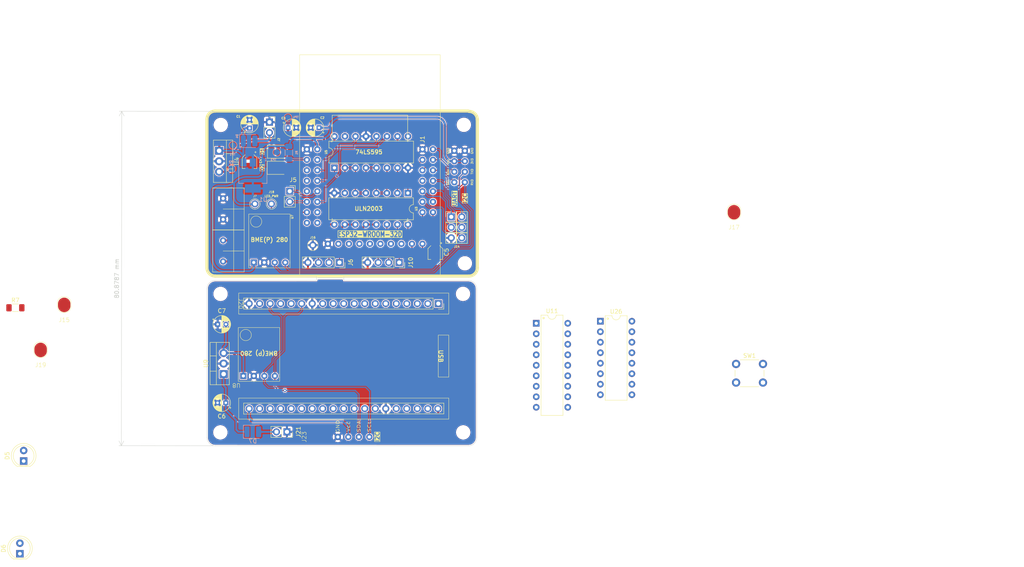
<source format=kicad_pcb>
(kicad_pcb (version 20240108) (generator "pcbnew") (generator_version "8.0")
  (layers (0 "F.Cu" signal) (31 "B.Cu" signal) (34 "B.Paste" user) (35 "F.Paste" user) (36 "B.SilkS" user "B.Silkscreen") (37 "F.SilkS" user "F.Silkscreen") (38 "B.Mask" user) (39 "F.Mask" user) (44 "Edge.Cuts" user))
  (net 0 "")
  (net 1 "GND")
  (net 2 "+3V3")
  (net 3 "+5V")
  (net 4 "/RXD")
  (net 5 "/TXD")
  (net 6 "/SDA")
  (net 7 "/OUT2")
  (net 8 "/SCL")
  (net 9 "/OUT1")
  (net 10 "/EN")
  (net 11 "/SOURCE2")
  (net 12 "/SOURCE1")
  (net 13 "/SOURCE3")
  (net 14 "/VDC")
  (net 15 "/DAC1")
  (net 16 "/DAC2")
  (net 17 "/GPIO13")
  (net 18 "/GPIO19")
  (net 19 "/GPIO17")
  (net 20 "/GPIO5")
  (net 21 "/GPIO18")
  (net 22 "/GPIO36")
  (net 23 "/ADC2_CH3")
  (net 24 "/SD_DATA1")
  (net 25 "/SD_DATA2")
  (net 26 "/SD_CLK")
  (net 27 "/SD_CMD")
  (net 28 "/SD_DATA3")
  (net 29 "/ADC2_CH0")
  (net 30 "/GPIO23")
  (net 31 "/SD_DATA0")
  (net 32 "/ADC2_CH2")
  (net 33 "/BOOT")
  (net 34 "/GPIO39")
  (net 35 "/SOURCE4")
  (net 36 "/SOURCE5")
  (net 37 "/SIPO_DATA")
  (net 38 "/SIPO_CLK")
  (net 40 "/SIPO_LATCH")
  (net 41 "/GPIO14")
  (net 43 "/I3")
  (net 44 "/I6")
  (net 45 "/I7")
  (net 46 "/I5")
  (net 47 "/OUT3")
  (net 48 "/VIN")
  (net 49 "/I1")
  (net 52 "Net-(D5-Pad1)")
  (net 53 "Net-(J15-Pin_1)")
  (net 54 "Net-(J19-Pin_1)")
  (net 55 "/GPIO_33")
  (net 67 "/RX")
  (net 72 "/TX")
  (net 87 "/SCL-2")
  (net 88 "/SDA-2")
  (net 89 "/SIPO_CLK-2")
  (net 91 "/SIPO_DATA-2")
  (net 92 "/SIPO_LATCH-2")
  (net 95 "Net-(U11-I5)")
  (net 96 "Net-(U11-I1)")
  (net 97 "Net-(U11-I7)")
  (net 99 "Net-(U11-I6)")
  (net 100 "Net-(U11-I8)")
  (net 101 "Net-(U11-I3)")
  (net 103 "Net-(U11-I2)")
  (net 105 "Net-(U11-I4)")
  (footprint "Capacitor_THT:CP_Radial_D4.0mm_P2.00mm" (layer "F.Cu") (at 107 44.2 180)
    (property "Reference" "C2")
    (property "Value" "1uF")
  )
  (footprint "LED_SMD:LED_1210_3225Metric_Pad1.42x2.65mm_HandSolder" (layer "F.Cu") (at 96.9525 53.9)
    (property "Reference" "D2")
    (property "Value" "STATUS")
  )
  (footprint "Capacitor_SMD:CP_Elec_3x5.3" (layer "F.Cu") (at 90.2 52.3 -90)
    (property "Reference" "C4")
    (property "Value" "0.1uF")
  )
  (footprint "Resistor_SMD:R_1206_3216Metric_Pad1.30x1.75mm_HandSolder" (layer "F.Cu") (at 33.612 87.7585)
    (property "Reference" "R7")
    (property "Value" "4K7")
  )
  (footprint "LED_THT:LED_D5.0mm" (layer "F.Cu") (at 34.7 147.25 90)
    (property "Reference" "D6")
    (property "Value" "LED_STATUS")
  )
  (footprint "Button_Switch_THT:SW_PUSH_6mm" (layer "F.Cu") (at 207.8 101.35)
    (property "Reference" "SW1")
    (property "Value" "SW_Push")
  )
  (footprint "Alexander Footprint Library:Pad_1x01_P2.54_SMD" (layer "F.Cu") (at 39.712 102.098)
    (property "Reference" "J19")
    (property "Value" "LED_PWR")
  )
  (footprint "Alexander Footprints Library:ESP32-WROOM-Adapter-Socket-2" (layer "F.Cu") (at 119.3 57.04)
    (property "Reference" "J1")
    (property "Value" "~")
  )
  (footprint "Alexander Footprint Library:Pad_1x01_P2.54_SMD" (layer "F.Cu") (at 45.412 91.198)
    (property "Reference" "J15")
    (property "Value" "LED_PWR")
  )
  (footprint "MountingHole:MountingHole_3mm" (layer "F.Cu") (at 142 43.5)
    (property "Reference" "H1" (hide yes))
    (property "Value" "MountingHole_Pad")
  )
  (footprint "Connector_PinSocket_2.54mm:PinSocket_1x02_P2.54mm_Vertical" (layer "F.Cu") (at 99.25 117.775 -90)
    (property "Reference" "J21")
    (property "Value" "PWR")
  )
  (footprint "MountingHole:MountingHole_3mm" (layer "F.Cu") (at 83.25 43.53)
    (property "Reference" "H2" (hide yes))
    (property "Value" "MountingHole_Pad")
  )
  (footprint "Package_DIP:DIP-16_W7.62mm" (layer "F.Cu") (at 128.475 60 -90)
    (property "Reference" "U3")
    (property "Value" "ULN2003")
  )
  (footprint "Alexander Footprints Library:Conn_Terminal_5mm" (layer "F.Cu") (at 83.82 53.69)
    (property "Reference" "J9" (hide yes))
    (property "Value" "Conn_01x02_Socket")
  )
  (footprint "Alexander Footprint Library:Pad_1x01_P2.54_SMD" (layer "F.Cu") (at 207.3 68.7895)
    (property "Reference" "J17")
    (property "Value" "GND")
  )
  (footprint "MountingHole:MountingHole_3mm" (layer "F.Cu") (at 141.85 117.9)
    (property "Reference" "H4" (hide yes))
    (property "Value" "MountingHole_Pad")
  )
  (footprint "Capacitor_THT:CP_Radial_D4.0mm_P2.00mm" (layer "F.Cu") (at 82.5 91.75)
    (property "Reference" "C7")
    (property "Value" "1uF")
  )
  (footprint "Package_DIP:DIP-16_W7.62mm" (layer "F.Cu") (at 110.725 53.9 90)
    (property "Reference" "U5")
    (property "Value" "74LS595")
  )
  (footprint "Alexander Footprint Library:PinSocket_1x01_P2.54" (layer "F.Cu") (at 91.5 65.19)
    (property "Reference" "J7")
    (property "Value" "LED_PWR")
  )
  (footprint "Connector_PinSocket_2.54mm:PinSocket_1x02_P2.54mm_Vertical" (layer "F.Cu") (at 95.025 42.85)
    (property "Reference" "J2")
    (property "Value" "PWR")
  )
  (footprint "Connector_PinSocket_2.54mm:PinSocket_1x04_P2.54mm_Vertical" (layer "F.Cu") (at 111.94 76.8 -90)
    (property "Reference" "J6")
    (property "Value" "SOURCE")
  )
  (footprint "MountingHole:MountingHole_3mm" (layer "F.Cu") (at 83.15 117.9)
    (property "Reference" "H4" (hide yes))
    (property "Value" "MountingHole_Pad")
  )
  (footprint "Connector_PinSocket_2.54mm:PinSocket_1x04_P2.54mm_Vertical" (layer "F.Cu") (at 126.38 76.8 -90)
    (property "Reference" "J10")
    (property "Value" "ADC")
  )
  (footprint "PCM_Package_DIP_AKL:DIP-18_W7.62mm" (layer "F.Cu") (at 159.5 91.51)
    (property "Reference" "U11")
    (property "Value" "ULN2801A" (hide yes))
  )
  (footprint "Capacitor_SMD:CP_Elec_3x5.3" (layer "F.Cu") (at 135.1 74.3 -90)
    (property "Reference" "C5")
    (property "Value" "0.1uF")
  )
  (footprint "MountingHole:MountingHole_3mm" (layer "F.Cu") (at 141.8 84.4)
    (property "Reference" "H4" (hide yes))
    (property "Value" "MountingHole_Pad")
  )
  (footprint "Capacitor_THT:CP_Radial_D4.0mm_P2.00mm" (layer "F.Cu") (at 99.5 44.2)
    (property "Reference" "C3")
    (property "Value" "1uF")
  )
  (footprint "Alexander Footprint Library:LD1117" (layer "F.Cu") (at 83.945 103.79 90)
    (property "Reference" "U9")
    (property "Value" "L7805")
  )
  (footprint "Alexander Footprint Library:PinSocket_1x01_P2.54" (layer "F.Cu") (at 95.5 65.19)
    (property "Reference" "J18")
    (property "Value" "LED_PWR")
  )
  (footprint "Alexander Footprint Library:Conn_I2C" (layer "F.Cu") (at 103.92 119 90)
    (property "Reference" "J23")
    (property "Value" "I2C")
  )
  (footprint "Capacitor_THT:CP_Radial_D4.0mm_P2.00mm" (layer "F.Cu") (at 84.4726 110.75 180)
    (property "Reference" "C6")
    (property "Value" "1uF")
  )
  (footprint "Alexander Footprint Library:Conn_ESP32_WROOM-DevKit-38pins" (layer "F.Cu") (at 87.57 86.75 -90)
    (property "Reference" "J20")
    (property "Value" "~")
  )
  (footprint "MountingHole:MountingHole_3mm" (layer "F.Cu") (at 83.2 84.4)
    (property "Reference" "H4" (hide yes))
    (property "Value" "MountingHole_Pad")
  )
  (footprint "Connector_PinSocket_2.54mm:PinSocket_1x02_P2.54mm_Vertical" (layer "F.Cu") (at 99.925 59.55)
    (property "Reference" "J5")
    (property "Value" "DAC")
  )
  (footprint "Alexander Footprint Library:CONN_2x3" (layer "F.Cu") (at 138.96 60.68)
    (property "Reference" "J14")
    (property "Value" "GPIO")
  )
  (footprint "Alexander Footprints Library:Conn_UART" (layer "F.Cu") (at 139.7 42.15)
    (property "Reference" "J3" (hide yes))
    (property "Value" "UART")
  )
  (footprint "Alexander Footprint Library:PinSocket_1x01_P2.54" (layer "F.Cu") (at 105.5 75.19)
    (property "Reference" "J16")
    (property "Value" "GND")
  )
  (footprint "Capacitor_THT:CP_Radial_D4.0mm_P2.00mm" (layer "F.Cu") (at 90.2 44.3 90)
    (property "Reference" "C1")
    (property "Value" "1uF")
  )
  (footprint "Alexander Footprint Library:BME280_BMP280_I2C" (layer "F.Cu") (at 90 78.1 90)
    (property "Reference" "U7")
    (property "Value" "BME(P)280")
  )
  (footprint "Alexander Footprint Library:LD1117" (layer "F.Cu") (at 82.855 49.77 -90)
    (property "Reference" "U4")
    (property "Value" "L7805")
  )
  (footprint "Alexander Footprints Library:Conn_I2C" (layer "F.Cu") (at 142.24 42.15)
    (property "Reference" "J4" (hide yes))
    (property "Value" "I2C")
  )
  (footprint "LED_THT:LED_D5.0mm" (layer "F.Cu") (at 35.612 124.8335 90)
    (property "Reference" "D5")
    (property "Value" "LED_PWR")
  )
  (footprint "Alexander Footprint Library:BME280_BMP280_I2C" (layer "F.Cu") (at 87.49 105.55 90)
    (property "Reference" "U8")
    (property "Value" "BME(P)280")
  )
  (footprint "LED_SMD:LED_1210_3225Metric_Pad1.42x2.65mm_HandSolder" (layer "F.Cu") (at 97 50)
    (property "Reference" "D1")
    (property "Value" "PWR")
  )
  (footprint "MountingHole:MountingHole_3mm" (layer "F.Cu") (at 142.25 77)
    (property "Reference" "H4" (hide yes))
    (property "Value" "MountingHole_Pad")
  )
  (footprint "Alexander Footprints Library:Conn_Terminal_5mm" (layer "F.Cu") (at 83.82 63.85)
    (property "Reference" "J8" (hide yes))
    (property "Value" "Conn_01x02_Socket")
  )
  (footprint "PCM_Package_DIP_AKL:DIP-16_W7.62mm" (layer "F.Cu") (at 175 91.01)
    (property "Reference" "U26")
    (property "Value" "74LS595" (hide yes))
  )
  (footprint "TestPoint:TestPoint_Pad_D1.5mm" (layer "B.Cu") (at 99.5 41.75 180)
    (property "Reference" "TP4")
    (property "Value" "5V")
  )
  (footprint "TestPoint:TestPoint_Pad_D1.5mm" (layer "B.Cu") (at 96.8 50.15 180)
    (property "Reference" "TP3")
    (property "Value" "3V3")
  )
  (footprint "Diode_SMD:D_1210_3225Metric" (layer "B.Cu") (at 91 117.75)
    (property "Reference" "D7")
    (property "Value" "D")
  )
  (footprint "Resistor_SMD:R_1206_3216Metric_Pad1.30x1.75mm_HandSolder" (layer "B.Cu") (at 99.7 50.25 -90)
    (property "Reference" "R1")
    (property "Value" "10K")
  )
  (footprint "Diode_SMD:D_1210_3225Metric" (layer "B.Cu") (at 90.1 47.4)
    (property "Reference" "D4")
    (property "Value" "D")
  )
  (footprint "TestPoint:TestPoint_Pad_D1.5mm" (layer "B.Cu") (at 86.2 48.45 180)
    (property "Reference" "TP1")
    (property "Value" "VIN")
  )
  (footprint "TestPoint:TestPoint_Pad_D1.5mm" (layer "B.Cu") (at 85.9 54.15 180)
    (property "Reference" "TP2")
    (property "Value" "GND")
  )
  (footprint "Package_TO_SOT_SMD:SOT-223-3_TabPin2" (layer "B.Cu") (at 91 55.75 -90)
    (property "Reference" "U1")
    (property "Value" "MAX1726EUK33")
  )
  (gr_line (start 145.25 42.11421) (end 145.25 78.085782) (stroke (width 0.75)) (layer "F.SilkS"))
  (gr_line (start 81.914218 40.164218) (end 143.08579 40.164218) (stroke (width 0.75)) (layer "F.SilkS"))
  (gr_arc (start 145.25 78.085782) (mid 144.66422 79.500007) (end 143.25 80.085782) (stroke (width 0.75)) (layer "F.SilkS"))
  (gr_line (start 79.914218 42.11421) (end 79.914218 78.085782) (stroke (width 0.75)) (layer "F.SilkS"))
  (gr_arc (start 81.914218 80.085782) (mid 80.499999 79.500001) (end 79.914218 78.085782) (stroke (width 0.75)) (layer "F.SilkS"))
  (gr_arc (start 143.25 40.25) (mid 144.664214 40.835786) (end 145.25 42.25) (stroke (width 0.75)) (layer "F.SilkS"))
  (gr_arc (start 79.914218 42.164218) (mid 80.499999 40.749999) (end 81.914218 40.164218) (stroke (width 0.75)) (layer "F.SilkS"))
  (gr_line (start 81.914214 80.085782) (end 143.085786 80.085782) (stroke (width 0.75)) (layer "F.SilkS"))
  (gr_line (start 82.014214 80.235786) (end 106.4 80.25) (stroke (width 0.1)) (layer "Edge.Cuts"))
  (gr_line (start 80 42.25) (end 80.014214 78.235786) (stroke (width 0.1)) (layer "Edge.Cuts"))
  (gr_arc (start 79.921321 83.157107) (mid 80.507106 81.742896) (end 81.921321 81.157107) (stroke (width 0.1)) (layer "Edge.Cuts"))
  (gr_line (start 81.921321 121.128679) (end 143.107107 121.142893) (stroke (width 0.1)) (layer "Edge.Cuts"))
  (gr_arc (start 81.921321 121.128679) (mid 80.507101 120.542899) (end 79.921321 119.128679) (stroke (width 0.1)) (layer "Edge.Cuts"))
  (gr_line (start 143.092893 81.157107) (end 113 81.15) (stroke (width 0.1)) (layer "Edge.Cuts"))
  (gr_arc (start 145.107107 119.142893) (mid 144.521321 120.557107) (end 143.107107 121.142893) (stroke (width 0.1)) (layer "Edge.Cuts"))
  (gr_line (start 106.4 81.15) (end 81.921321 81.157107) (stroke (width 0.1)) (layer "Edge.Cuts"))
  (gr_arc (start 143.185786 40.264214) (mid 144.600004 40.849996) (end 145.185786 42.264214) (stroke (width 0.1)) (layer "Edge.Cuts"))
  (gr_line (start 113 80.25) (end 143.185786 80.235786) (stroke (width 0.1)) (layer "Edge.Cuts"))
  (gr_arc (start 82.014214 80.235786) (mid 80.599996 79.650004) (end 80.014214 78.235786) (stroke (width 0.1)) (layer "Edge.Cuts"))
  (gr_line (start 145.185786 42.264214) (end 145.185786 78.235786) (stroke (width 0.1)) (layer "Edge.Cuts"))
  (gr_arc (start 80 42.25) (mid 80.585786 40.835786) (end 82 40.25) (stroke (width 0.1)) (layer "Edge.Cuts"))
  (gr_line (start 145.107107 119.142893) (end 145.092893 83.157107) (stroke (width 0.1)) (layer "Edge.Cuts"))
  (gr_line (start 79.921321 119.128679) (end 79.921321 83.157107) (stroke (width 0.1)) (layer "Edge.Cuts"))
  (gr_line (start 106.4 81.15) (end 106.4 80.25) (stroke (width 0.1)) (layer "Edge.Cuts"))
  (gr_arc (start 145.185786 78.235786) (mid 144.600004 79.650004) (end 143.185786 80.235786) (stroke (width 0.1)) (layer "Edge.Cuts"))
  (gr_arc (start 143.092893 81.157107) (mid 144.507112 81.742888) (end 145.092893 83.157107) (stroke (width 0.1)) (layer "Edge.Cuts"))
  (gr_line (start 113 81.15) (end 113 80.25) (stroke (width 0.1)) (layer "Edge.Cuts"))
  (gr_line (start 143.185786 40.264214) (end 82 40.25) (stroke (width 0.1)) (layer "Edge.Cuts"))
  (gr_text "74LS595" (at 119.057143 50.1 0) (layer "F.SilkS") (effects (font (size 1 1) (thickness 0.2) (bold yes))))
  (gr_text "ULN2003" (at 115.5 64.374 0) (layer "F.SilkS") (effects (font (size 1 1) (thickness 0.2) (bold yes)) (justify left bottom)))
  (dimension (type aligned) (layer "Edge.Cuts") (pts (xy 81.921321 121.128679) (xy 82 40.25)) (height -22.6907) (gr_text "80.8787 mm" (at 58.119973 80.666146 89.94426182) (layer "Edge.Cuts") (effects (font (size 1 1) (thickness 0.15)))) (format (prefix "") (suffix "") (units 3) (units_format 1) (precision 4)) (style (thickness 0.1) (arrow_length 1.27) (text_position_mode 0) (extension_height 0.58642) (extension_offset 0.5) keep_text_aligned))
  (segment (start 84.21 66) (end 83.82 66.39) (width 0.5) (layer "F.Cu") (net 1))
  (segment (start 101.5 48.103553) (end 101.5 49.573223) (width 0.25) (layer "F.Cu") (net 2))
  (segment (start 105.575735 47.25) (end 102.353553 47.25) (width 0.25) (layer "F.Cu") (net 2))
  (segment (start 106.6 48.274264) (end 106.6 49.42) (width 0.25) (layer "F.Cu") (net 2))
  (segment (start 138.021593 51.871593) (end 137.93 51.78) (width 0.5) (layer "F.Cu") (net 2))
  (segment (start 108.946446 44.2) (end 107 44.2) (width 0.5) (layer "F.Cu") (net 2))
  (segment (start 109.8 43.346446) (end 109.8 43.15) (width 0.5) (layer "F.Cu") (net 2))
  (segment (start 137.4 50.500466) (end 137.4 43.627817) (width 0.5) (layer "F.Cu") (net 2))
  (segment (start 101.073223 50) (end 98.4875 50) (width 0.25) (layer "F.Cu") (net 2))
  (segment (start 139.08 52.31) (end 139.7 52.31) (width 0.5) (layer "F.Cu") (net 2))
  (segment (start 110.188908 42.211091) (end 110.225 42.175) (width 0.5) (layer "F.Cu") (net 2))
  (segment (start 135.522182 41.75) (end 111.25104 41.75) (width 0.5) (layer "F.Cu") (net 2))
  (arc (start 106.3 47.55) (mid 105.967704 47.327967) (end 105.575735 47.25) (width 0.25) (layer "F.Cu") (net 2))
  (arc (start 101.5 49.573223) (mid 101.467513 49.736543) (end 101.375 49.875) (width 0.25) (layer "F.Cu") (net 2))
  (arc (start 111.25104 41.75) (mid 110.695751 41.860453) (end 110.225 42.175) (width 0.5) (layer "F.Cu") (net 2))
  (arc (start 110.188908 42.211091) (mid 109.901073 42.641866) (end 109.8 43.15) (width 0.5) (layer "F.Cu") (net 2))
  (arc (start 138.021593 51.871593) (mid 138.507194 52.196061) (end 139.08 52.31) (width 0.5) (layer "F.Cu") (net 2))
  (arc (start 102.353553 47.25) (mid 102.026912 47.314972) (end 101.75 47.5) (width 0.25) (layer "F.Cu") (net 2))
  (arc (start 109.8 43.346446) (mid 109.735027 43.673087) (end 109.55 43.95) (width 0.5) (layer "F.Cu") (net 2))
  (arc (start 106.3 47.55) (mid 106.522032 47.882295) (end 106.6 48.274264) (width 0.25) (layer "F.Cu") (net 2))
  (arc (start 109.55 43.95) (mid 109.273087 44.135027) (end 108.946446 44.2) (width 0.5) (layer "F.Cu") (net 2))
  (arc (start 136.85 42.3) (mid 137.257059 42.909207) (end 137.4 43.627817) (width 0.5) (layer "F.Cu") (net 2))
  (arc (start 101.75 47.5) (mid 101.564972 47.776912) (end 101.5 48.103553) (width 0.25) (layer "F.Cu") (net 2))
  (arc (start 101.375 49.875) (mid 101.236543 49.967513) (end 101.073223 50) (width 0.25) (layer "F.Cu") (net 2))
  (arc (start 137.4 50.500466) (mid 137.537742 51.192944) (end 137.93 51.78) (width 0.5) (layer "F.Cu") (net 2))
  (arc (start 136.85 42.3) (mid 136.240792 41.89294) (end 135.522182 41.75) (width 0.5) (layer "F.Cu") (net 2))
  (segment (start 96.075 48.7) (end 97.525 48.7) (width 0.5) (layer "B.Cu") (net 2))
  (segment (start 109.408578 44.2) (end 107 44.2) (width 0.5) (layer "B.Cu") (net 2))
  (segment (start 81.3 75.997918) (end 81.3 59.75104) (width 0.5) (layer "B.Cu") (net 2))
  (segment (start 93.3 54.905025) (end 93.3 52.6) (width 0.5) (layer "B.Cu") (net 2))
  (segment (start 100 48.7) (end 100 48.03033) (width 0.5) (layer "B.Cu") (net 2))
  (segment (start 139.13 52.31) (end 139.7 52.31) (width 0.5) (layer "B.Cu") (net 2))
  (segment (start 138.156949 51.906949) (end 138.03 51.78) (width 0.5) (layer "B.Cu") (net 2))
  (segment (start 106.6 48.627817) (end 106.6 49.299791) (width 0.5) (layer "B.Cu") (net 2))
  (segment (start 84.202081 78.9) (end 89.990883 78.9) (width 0.5) (layer "B.Cu") (net 2))
  (segment (start 109.75 43.858578) (end 109.75 44.141421) (width 0.5) (layer "B.Cu") (net 2))
  (segment (start 104.722182 46.75) (end 106.277817 46.75) (width 0.5) (layer "B.Cu") (net 2))
  (segment (start 139.7 52.31) (end 142.24 52.31) (width 0.5) (layer "B.Cu") (net 2))
  (segment (start 137.5 50.500466) (end 137.5 43.883883) (width 0.5) (layer "B.Cu") (net 2))
  (segment (start 88.207106 62.75) (end 91.5 62.75) (width 0.5) (layer "B.Cu") (net 2))
  (segment (start 86.5 61.042893) (end 86.5 57.5) (width 0.5) (layer "B.Cu") (net 2))
  (segment (start 90.11 114.36) (end 90.11 112.15) (width 0.5) (layer "B.Cu") (net 2))
  (segment (start 112.75 115.25) (end 91 115.25) (width 0.5) (layer "B.Cu") (net 2))
  (segment (start 91.22 77.670883) (end 91.22 76.8) (width 0.5) (layer "B.Cu") (net 2))
  (segment (start 89.455634 56.1) (end 92.105025 56.1) (width 0.5) (layer "B.Cu") (net 2))
  (segment (start 114.08 119) (end 114.08 116.58) (width 0.5) (layer "B.Cu") (net 2))
  (segment (start 96.075 48.7) (end 95.177817 48.7) (width 0.5) (layer "B.Cu") (net 2))
  (segment (start 104.722182 46.75) (end 101.28033 46.75) (width 0.5) (layer "B.Cu") (net 2))
  (segment (start 109.149999 46.149999) (end 109.201992 46.098007) (width 0.5) (layer "B.Cu") (net 2))
  (segment (start 96.8 49.425) (end 96.8 50.15) (width 0.25) (layer "B.Cu") (net 2))
  (segment (start 109.75 43.625) (end 109.75 43.858578) (width 0.5) (layer "B.Cu") (net 2))
  (segment (start 106.277817 46.75) (end 107.701471 46.75) (width 0.5) (layer "B.Cu") (net 2))
  (segment (start 114.08 116.58) (end 112.75 115.25) (width 0.5) (layer "B.Cu") (net 2))
  (segment (start 110.015165 42.984834) (end 110.5 42.5) (width 0.5) (layer "B.Cu") (net 2))
  (segment (start 93.3 52.6) (end 93.3 50.577817) (width 0.5) (layer "B.Cu") (net 2))
  (segment (start 82.75104 58.3) (end 84.144365 58.3) (width 0.5) (layer "B.Cu") (net 2))
  (segment (start 106.685 49.335) (end 106.77 49.25) (width 0.5) (layer "B.Cu") (net 2))
  (segment (start 109.75 44.775) (end 109.75 44.141421) (width 0.5) (layer "B.Cu") (net 2))
  (segment (start 91 115.25) (end 90.11 114.36) (width 0.5) (layer "B.Cu") (net 2))
  (segment (start 112.31066 41.75) (end 135.366116 41.75) (width 0.5) (layer "B.Cu") (net 2))
  (segment (start 100 48.7) (end 97.525 48.7) (width 0.5) (layer "B.Cu") (net 2))
  (arc (start 136.875 42.375) (mid 137.337567 43.067281) (end 137.5 43.883883) (width 0.5) (layer "B.Cu") (net 2))
  (arc (start 137.5 50.500466) (mid 137.637742 51.192944) (end 138.03 51.78) (width 0.5) (layer "B.Cu") (net 2))
  (arc (start 93.3 54.905025) (mid 93.209037 55.362322) (end 92.95 55.75) (width 0.5) (layer "B.Cu") (net 2))
  (arc (start 86.8 57.2) (mid 85.581584 58.014119) (end 84.144365 58.3) (width 0.5) (layer "B.Cu") (net 2))
  (arc (start 106.6 49.299791) (mid 106.630737 49.345793) (end 106.685 49.335) (width 0.5) (layer "B.Cu") (net 2))
  (arc (start 89.455634 56.1) (mid 88.018415 56.38588) (end 86.8 57.2) (width 0.5) (layer "B.Cu") (net 2))
  (arc (start 86.5 61.042893) (mid 86.629945 61.696174) (end 87 62.25) (width 0.5) (layer "B.Cu") (net 2))
  (arc (start 82.75104 58.3) (mid 82.195751 58.410453) (end 81.725 58.725) (width 0.5) (layer "B.Cu") (net 2))
  (arc (start 92.95 55.75) (mid 92.562322 56.009037) (end 92.105025 56.1) (width 0.5) (layer "B.Cu") (net 2))
  (arc (start 95.177817 48.7) (mid 94.459207 48.84294) (end 93.85 49.25) (width 0.5) (layer "B.Cu") (net 2))
  (arc (start 96.8 49.425) (mid 96.587652 48.912347) (end 96.075 48.7) (width 0.25) (layer "B.Cu") (net 2))
  (arc (start 82.15 78.05) (mid 83.091502 78.679092) (end 84.202081 78.9) (width 0.5) (layer "B.Cu") (net 2))
  (arc (start 110.015165 42.984834) (mid 109.818914 43.278544) (end 109.75 43.625) (width 0.5) (layer "B.Cu") (net 2))
  (arc (start 109.75 44.141421) (mid 109.713838 44.087301) (end 109.65 44.1) (width 0.5) (layer "B.Cu") (net 2))
  (arc (start 136.875 42.375) (mid 136.182718 41.912432) (end 135.366116 41.75) (width 0.5) (layer "B.Cu") (net 2))
  (arc (start 93.85 49.25) (mid 93.44294 49.859207) (end 93.3 50.577817) (width 0.5) (layer "B.Cu") (net 2))
  (arc (start 90.86 78.54) (mid 90.461245 78.806439) (end 89.990883 78.9) (width 0.5) (layer "B.Cu") (net 2))
  (arc (start 109.65 44.1) (mid 109.539234 44.17401) (end 109.408578 44.2) (width 0.5) (layer "B.Cu") (net 2))
  (arc (start 87 62.25) (mid 87.553825 62.620054) (end 88.207106 62.75) (width 0.5) (layer "B.Cu") (net 2))
  (arc (start 81.725 58.725) (mid 81.410453 59.195751) (end 81.3 59.75104) (width 0.5) (layer "B.Cu") (net 2))
  (arc (start 106.05 47.3) (mid 105.440792 46.89294) (end 104.722182 46.75) (width 0.5) (layer "B.Cu") (net 2))
  (arc (start 138.156949 51.906949) (mid 138.603388 52.20525) (end 139.13 52.31) (width 0.5) (layer "B.Cu") (net 2))
  (arc (start 101.28033 46.75) (mid 100.790368 46.847459) (end 100.375 47.125) (width 0.5) (layer "B.Cu") (net 2))
  (arc (start 106.05 47.3) (mid 106.457059 47.909207) (end 106.6 48.627817) (width 0.5) (layer "B.Cu") (net 2))
  (arc (start 106.277817 46.75) (mid 105.980159 46.948888) (end 106.05 47.3) (width 0.5) (layer "B.Cu") (net 2))
  (arc (start 91.22 77.670883) (mid 91.126439 78.141245) (end 90.86 78.54) (width 0.5) (layer "B.Cu") (net 2))
  (arc (start 109.75 44.775) (mid 109.607577 45.491006) (end 109.201992 46.098007) (width 0.5) (layer "B.Cu") (net 2))
  (arc (start 109.65 44.1) (mid 109.72401 43.989234) (end 109.75 43.858578) (width 0.5) (layer "B.Cu") (net 2))
  (arc (start 112.31066 41.75) (mid 111.330737 41.944918) (end 110.5 42.5) (width 0.5) (layer "B.Cu") (net 2))
  (arc (start 100.375 47.125) (mid 100.097459 47.540368) (end 100 48.03033) (width 0.5) (layer "B.Cu") (net 2))
  (arc (start 109.149999 46.149999) (mid 108.485409 46.594064) (end 107.701471 46.75) (width 0.5) (layer "B.Cu") (net 2))
  (arc (start 81.3 75.997918) (mid 81.520907 77.108496) (end 82.15 78.05) (width 0.5) (layer "B.Cu") (net 2))
  (segment (start 99.5 45.693413) (end 99.5 44.2) (width 0.5) (layer "F.Cu") (net 3))
  (segment (start 110.512652 48.95) (end 109.487347 48.95) (width 0.5) (layer "F.Cu") (net 3))
  (segment (start 87.75 115.25) (end 135.25 115.25) (width 0.5) (layer "F.Cu") (net 3))
  (segment (start 98.6375 46.9625) (end 99.2125 46.3875) (width 0.5) (layer "F.Cu") (net 3))
  (segment (start 83.945 98.71) (end 86.21 98.71) (width 0.5) (layer "F.Cu") (net 3))
  (segment (start 110.725 47.712347) (end 110.725 46.28) (width 0.5) (layer "F.Cu") (net 3))
  (segment (start 125.341906 48.95) (end 110.512652 48.95) (width 0.5) (layer "F.Cu") (net 3))
  (segment (start 108.3 49.803553) (end 108.3 65.537329) (width 0.5) (layer "F.Cu") (net 3))
  (segment (start 84.648959 54.85) (end 82.855 54.85) (width 0.5) (layer "F.Cu") (net 3))
  (segment (start 108.3 49.803553) (end 108.3 49.096446) (width 0.5) (layer "F.Cu") (net 3))
  (segment (start 91.306675 47.25) (end 97.943413 47.25) (width 0.5) (layer "F.Cu") (net 3))
  (segment (start 135.81 114.69) (end 135.81 112.15) (width 0.5) (layer "F.Cu") (net 3))
  (segment (start 86.1 52.15) (end 86.1 53.398959) (width 0.5) (layer "F.Cu") (net 3))
  (segment (start 86.75 114.25) (end 87.75 115.25) (width 0.5) (layer "F.Cu") (net 3))
  (segment (start 107.608621 46.675) (end 99.331586 46.675) (width 0.5) (layer "F.Cu") (net 3))
  (segment (start 86.21 98.71) (end 86.75 99.25) (width 0.5) (layer "F.Cu") (net 3))
  (segment (start 108.3 49.096446) (end 108.3 47.366378) (width 0.5) (layer "F.Cu") (net 3))
  (segment (start 109.104574 67.204574) (end 108.91 67.01) (width 0.5) (layer "F.Cu") (net 3))
  (segment (start 135.25 115.25) (end 135.81 114.69) (width 0.5) (layer "F.Cu") (net 3))
  (segment (start 110.1075 67.62) (end 110.695 67.62) (width 0.5) (layer "F.Cu") (net 3))
  (segment (start 86.75 99.25) (end 86.75 114.25) (width 0.5) (layer "F.Cu") (net 3))
  (segment (start 87.408147 48.991852) (end 87.625 48.775) (width 0.5) (layer "F.Cu") (net 3))
  (segment (start 125.965 48.326906) (end 125.965 46.28) (width 0.5) (layer "F.Cu") (net 3))
  (segment (start 109.487347 48.95) (end 109.153553 48.95) (width 0.5) (layer "F.Cu") (net 3))
  (arc (start 108.0975 46.8775) (mid 108.247371 47.101799) (end 108.3 47.366378) (width 0.5) (layer "F.Cu") (net 3))
  (arc (start 108.3 65.537329) (mid 108.458533 66.334332) (end 108.91 67.01) (width 0.5) (layer "F.Cu") (net 3))
  (arc (start 109.487347 48.95) (mid 109.960976 48.855789) (end 110.3625 48.5875) (width 0.5) (layer "F.Cu") (net 3))
  (arc (start 99.2125 46.3875) (mid 99.175992 46.571035) (end 99.331586 46.675) (width 0.5) (layer "F.Cu") (net 3))
  (arc (start 108.0975 46.8775) (mid 107.8732 46.727628) (end 107.608621 46.675) (width 0.5) (layer "F.Cu") (net 3))
  (arc (start 86.1 53.398959) (mid 85.989546 53.954248) (end 85.675 54.425) (width 0.5) (layer "F.Cu") (net 3))
  (arc (start 109.104574 67.204574) (mid 109.56472 67.512034) (end 110.1075 67.62) (width 0.5) (layer "F.Cu") (net 3))
  (arc (start 108.55 49.2) (mid 108.364972 49.476912) (end 108.3 49.803553) (width 0.5) (layer "F.Cu") (net 3))
  (arc (start 87.408147 48.991852) (mid 86.439976 50.440822) (end 86.1 52.15) (width 0.5) (layer "F.Cu") (net 3))
  (arc (start 85.675 54.425) (mid 85.204248 54.739546) (end 84.648959 54.85) (width 0.5) (layer "F.Cu") (net 3))
  (arc (start 110.3625 48.5875) (mid 110.316468 48.818914) (end 110.512652 48.95) (width 0.5) (layer "F.Cu") (net 3))
  (arc (start 98.6375 46.9625) (mid 98.31905 47.175281) (end 97.943413 47.25) (width 0.5) (layer "F.Cu") (net 3))
  (arc (start 110.725 47.712347) (mid 110.630789 48.185976) (end 110.3625 48.5875) (width 0.5) (layer "F.Cu") (net 3))
  (arc (start 108.3 49.096446) (mid 108.390403 49.231745) (end 108.55 49.2) (width 0.5) (layer "F.Cu") (net 3))
  (arc (start 91.306675 47.25) (mid 89.314166 47.646334) (end 87.625 48.775) (width 0.5) (layer "F.Cu") (net 3))
  (arc (start 109.153553 48.95) (mid 108.826912 49.014972) (end 108.55 49.2) (width 0.5) (layer "F.Cu") (net 3))
  (arc (start 99.331586 46.675) (mid 98.955949 46.749718) (end 98.6375 46.9625) (width 0.5) (layer "F.Cu") (net 3))
  (arc (start 125.7825 48.7675) (mid 125.580353 48.902569) (end 125.341906 48.95) (width 0.5) (layer "F.Cu") (net 3))
  (arc (start 99.5 45.693413) (mid 99.425281 46.06905) (end 99.2125 46.3875) (width 0.5) (layer "F.Cu") (net 3))
  (arc (start 125.965 48.326906) (mid 125.917569 48.565353) (end 125.7825 48.7675) (width 0.5) (layer "F.Cu") (net 3))
  (segment (start 83.945 97.305) (end 84.5 96.75) (width 0.5) (layer "B.Cu") (net 3))
  (segment (start 87.96 98.71) (end 88.71 99.46) (width 0.5) (layer "B.Cu") (net 3))
  (segment (start 83.945 98.71) (end 83.945 97.305) (width 0.5) (layer "B.Cu") (net 3))
  (segment (start 84.5 96.75) (end 84.5 91.75) (width 0.5) (layer "B.Cu") (net 3))
  (segment (start 83.945 98.71) (end 87.96 98.71) (width 0.5) (layer "B.Cu") (net 3))
  (segment (start 99.5 42.25) (end 99.5 44.2) (width 0.25) (layer "B.Cu") (net 3))
  (segment (start 88.71 99.46) (end 88.71 104.25) (width 0.5) (layer "B.Cu") (net 3))
  (segment (start 139.7 57.35) (end 139.7 57.39) (width 0.25) (layer "F.Cu") (net 4))
  (segment (start 133.25 53.25) (end 135.6 53.25) (width 0.25) (layer "F.Cu") (net 4))
  (segment (start 135.6 53.25) (end 139.7 57.35) (width 0.25) (layer "F.Cu") (net 4))
  (segment (start 132 54.5) (end 133.25 53.25) (width 0.25) (layer "F.Cu") (net 4))
  (segment (start 140.3 57.45) (end 139.3 57.45) (width 0.25) (layer "F.Cu") (net 4))
  (segment (start 136.61 51.96) (end 134.54 51.96) (width 0.25) (layer "F.Cu") (net 5))
  (segment (start 134.74 51.79) (end 134.62 51.91) (width 0.25) (layer "F.Cu") (net 5))
  (segment (start 139.5 54.85) (end 136.61 51.96) (width 0.25) (layer "F.Cu") (net 5))
  (segment (start 139.7 54.85) (end 139.5 54.85) (width 0.25) (layer "F.Cu") (net 5))
  (segment (start 138.59 58.55) (end 140.4 58.55) (width 0.25) (layer "F.Cu") (net 6))
  (segment (start 136.213604 54.5) (end 138 56.286396) (width 0.25) (layer "F.Cu") (net 6))
  (segment (start 138 57.96) (end 138.59 58.55) (width 0.25) (layer "F.Cu") (net 6))
  (segment (start 140.9 56.19) (end 142.24 54.85) (width 0.25) (layer "F.Cu") (net 6))
  (segment (start 140.9 58.05) (end 140.9 56.19) (width 0.25) (layer "F.Cu") (net 6))
  (segment (start 134.54 54.5) (end 136.213604 54.5) (width 0.25) (layer "F.Cu") (net 6))
  (segment (start 138 56.286396) (end 138 57.96) (width 0.25) (layer "F.Cu") (net 6))
  (segment (start 142.24 54.85) (end 142.24 55.51) (width 0.25) (layer "F.Cu") (net 6))
  (segment (start 140.4 58.55) (end 140.9 58.05) (width 0.25) (layer "F.Cu") (net 6))
  (segment (start 99.75 78.65) (end 134.55 78.65) (width 0.25) (layer "B.Cu") (net 6))
  (segment (start 141 61.9) (end 141 56.09) (width 0.25) (layer "B.Cu") (net 6))
  (segment (start 134.55 78.65) (end 140.418198 72.781802) (width 0.25) (layer "B.Cu") (net 6))
  (segment (start 143.55 64.45) (end 141 61.9) (width 0.25) (layer "B.Cu") (net 6))
  (segment (start 98.84 76.8) (end 98.84 77.74) (width 0.25) (layer "B.Cu") (net 6))
  (segment (start 143.281802 72.781802) (end 143.55 72.513604) (width 0.25) (layer "B.Cu") (net 6))
  (segment (start 143.55 72.513604) (end 143.55 64.45) (width 0.25) (layer "B.Cu") (net 6))
  (segment (start 140.418198 72.781802) (end 143.281802 72.781802) (width 0.25) (layer "B.Cu") (net 6))
  (segment (start 141 56.09) (end 142.24 54.85) (width 0.25) (layer "B.Cu") (net 6))
  (segment (start 98.84 77.74) (end 99.75 78.65) (width 0.25) (layer "B.Cu") (net 6))
  (segment (start 137.55 58.146396) (end 138.403604 59) (width 0.25) (layer "F.Cu") (net 8))
  (segment (start 131.5 55.75) (end 136.75 55.75) (width 0.25) (layer "F.Cu") (net 8))
  (segment (start 140.63 59) (end 142.24 57.39) (width 0.25) (layer "F.Cu") (net 8))
  (segment (start 136.75 55.75) (end 137.55 56.55) (width 0.25) (layer "F.Cu") (net 8))
  (segment (start 137.55 56.55) (end 137.55 58.146396) (width 0.25) (layer "F.Cu") (net 8))
  (segment (start 130.745 54.995) (end 131.5 55.75) (width 0.25) (layer "F.Cu") (net 8))
  (segment (start 130.745 53.245) (end 130.745 54.995) (width 0.25) (layer "F.Cu") (net 8))
  (segment (start 132.08 51.91) (end 130.745 53.245) (width 0.25) (layer "F.Cu") (net 8))
  (segment (start 138.403604 59) (end 140.63 59) (width 0.25) (layer "F.Cu") (net 8))
  (segment (start 134.8 79.1) (end 140.6 73.3) (width 0.25) (layer "B.Cu") (net 8))
  (segment (start 96.3 76.8) (end 96.3 77.7) (width 0.25) (layer "B.Cu") (net 8))
  (segment (start 144 72.7) (end 144 64.263604) (width 0.25) (layer "B.Cu") (net 8))
  (segment (start 96.3 77.7) (end 97.7 79.1) (width 0.25) (layer "B.Cu") (net 8))
  (segment (start 142.24 62.503604) (end 142.24 57.39) (width 0.25) (layer "B.Cu") (net 8))
  (segment (start 144 64.263604) (end 142.24 62.503604) (width 0.25) (layer "B.Cu") (net 8))
  (segment (start 143.4 73.3) (end 144 72.7) (width 0.25) (layer "B.Cu") (net 8))
  (segment (start 140.6 73.3) (end 143.4 73.3) (width 0.25) (layer "B.Cu") (net 8))
  (segment (start 97.7 79.1) (end 134.8 79.1) (width 0.25) (layer "B.Cu") (net 8))
  (segment (start 93.21 51.96) (end 92.05 50.8) (width 0.25) (layer "F.Cu") (net 10))
  (segment (start 104.06 51.96) (end 93.21 51.96) (width 0.25) (layer "F.Cu") (net 10))
  (segment (start 92.05 50.8) (end 90.2 50.8) (width 0.25) (layer "F.Cu") (net 10))
  (segment (start 103.72 52.3) (end 104.06 51.96) (width 0.25) (layer "F.Cu") (net 10))
  (segment (start 100 51.8) (end 103.9 51.8) (width 0.25) (layer "B.Cu") (net 10))
  (segment (start 103.9 51.8) (end 104.06 51.96) (width 0.25) (layer "B.Cu") (net 10))
  (segment (start 113.235 67.62) (end 115.775 67.62) (width 0.5) (layer "F.Cu") (net 11))
  (segment (start 99 73.1) (end 102.7 69.4) (width 0.5) (layer "F.Cu") (net 11))
  (segment (start 86.37 71.47) (end 88 73.1) (width 0.5) (layer "F.Cu") (net 11))
  (segment (start 102.7 69.4) (end 111.455 69.4) (width 0.5) (layer "F.Cu") (net 11))
  (segment (start 88 73.1) (end 99 73.1) (width 0.5) (layer "F.Cu") (net 11))
  (segment (start 83.82 71.47) (end 86.37 71.47) (width 0.5) (layer "F.Cu") (net 11))
  (segment (start 111.455 69.4) (end 113.235 67.62) (width 0.5) (layer "F.Cu") (net 11))
  (segment (start 86.275 76.55) (end 88.075 74.75) (width 0.5) (layer "F.Cu") (net 12))
  (segment (start 104.4 70.1) (end 115.835 70.1) (width 0.5) (layer "F.Cu") (net 12))
  (segment (start 99.75 74.75) (end 104.4 70.1) (width 0.5) (layer "F.Cu") (net 12))
  (segment (start 118.315 67.62) (end 120.855 67.62) (width 0.5) (layer "F.Cu") (net 12))
  (segment (start 83.82 76.55) (end 86.275 76.55) (width 0.5) (layer "F.Cu") (net 12))
  (segment (start 115.835 70.1) (end 118.315 67.62) (width 0.5) (layer "F.Cu") (net 12))
  (segment (start 88.075 74.75) (end 99.75 74.75) (width 0.5) (layer "F.Cu") (net 12))
  (segment (start 128.475 67.62) (end 128.475 68.825) (width 0.25) (layer "F.Cu") (net 13))
  (segment (start 125.7 72.8) (end 124.55 73.95) (width 0.25) (layer "F.Cu") (net 13))
  (segment (start 111.94 75.26) (end 111.94 76.8) (width 0.25) (layer "F.Cu") (net 13))
  (segment (start 124.55 73.95) (end 118.622792 73.95) (width 0.25) (layer "F.Cu") (net 13))
  (segment (start 128.475 68.825) (end 125.7 71.6) (width 0.25) (layer "F.Cu") (net 13))
  (segment (start 125.7 71.6) (end 125.7 72.8) (width 0.25) (layer "F.Cu") (net 13))
  (segment (start 117.872792 74.7) (end 112.5 74.7) (width 0.25) (layer "F.Cu") (net 13))
  (segment (start 112.5 74.7) (end 111.94 75.26) (width 0.25) (layer "F.Cu") (net 13))
  (segment (start 118.622792 73.95) (end 117.872792 74.7) (width 0.25) (layer "F.Cu") (net 13))
  (segment (start 96.71 117.775) (end 92.425 117.775) (width 0.5) (layer "B.Cu") (net 14))
  (segment (start 92.425 117.775) (end 92.4 117.75) (width 0.5) (layer "B.Cu") (net 14))
  (segment (start 95.025 46.674479) (end 95.025 45.39) (width 0.5) (layer "B.Cu") (net 14))
  (segment (start 94.299479 47.4) (end 91.5 47.4) (width 0.5) (layer "B.Cu") (net 14))
  (arc (start 95.025 46.674479) (mid 94.969773 46.952124) (end 94.8125 47.1875) (width 0.5) (layer "B.Cu") (net 14))
  (arc (start 94.8125 47.1875) (mid 94.577124 47.344773) (end 94.299479 47.4) (width 0.5) (layer "B.Cu") (net 14))
  (segment (start 105.38 60.8) (end 103.1 60.8) (width 0.25) (layer "B.Cu") (net 15))
  (segment (start 106.6 59.58) (end 105.38 60.8) (width 0.25) (layer "B.Cu") (net 15))
  (segment (start 103.1 60.8) (end 101.85 59.55) (width 0.25) (layer "B.Cu") (net 15))
  (segment (start 101.85 59.55) (end 99.925 59.55) (width 0.25) (layer "B.Cu") (net 15))
  (segment (start 104.06 62.12) (end 99.955 62.12) (width 0.25) (layer "B.Cu") (net 16))
  (segment (start 104.03 62.09) (end 104.06 62.12) (width 0.25) (layer "B.Cu") (net 16))
  (segment (start 99.955 62.12) (end 99.925 62.09) (width 0.25) (layer "B.Cu") (net 16))
  (segment (start 138.5 63.1) (end 138.5 61.727208) (width 0.25) (layer "B.Cu") (net 18))
  (segment (start 137.5 60.727208) (end 137.5 57.8) (width 0.25) (layer "B.Cu") (net 18))
  (segment (start 138.5 61.727208) (end 137.5 60.727208) (width 0.25) (layer "B.Cu") (net 18))
  (segment (start 140.2 67) (end 140.2 64.8) (width 0.25) (layer "B.Cu") (net 18))
  (segment (start 141.5 68.3) (end 140.2 67) (width 0.25) (layer "B.Cu") (net 18))
  (segment (start 136.69 56.99) (end 134.62 56.99) (width 0.25) (layer "B.Cu") (net 18))
  (segment (start 140.2 64.8) (end 138.5 63.1) (width 0.25) (layer "B.Cu") (net 18))
  (segment (start 137.5 57.8) (end 136.69 56.99) (width 0.25) (layer "B.Cu") (net 18))
  (segment (start 141.5 70.84) (end 140.16 69.5) (width 0.25) (layer "B.Cu") (net 19))
  (segment (start 137.7 69.5) (end 137.1 68.9) (width 0.25) (layer "B.Cu") (net 19))
  (segment (start 140.16 69.5) (end 137.7 69.5) (width 0.25) (layer "B.Cu") (net 19))
  (segment (start 137.1 68.9) (end 137.1 63.84) (width 0.25) (layer "B.Cu") (net 19))
  (segment (start 133.41 63.4) (end 132.08 62.07) (width 0.25) (layer "B.Cu") (net 19))
  (segment (start 137.1 63.84) (end 136.66 63.4) (width 0.25) (layer "B.Cu") (net 19))
  (segment (start 136.66 63.4) (end 133.41 63.4) (width 0.25) (layer "B.Cu") (net 19))
  (segment (start 138.05 61.913604) (end 137.05 60.913604) (width 0.25) (layer "B.Cu") (net 20))
  (segment (start 137.05 60.913604) (end 137.05 59.95) (width 0.25) (layer "B.Cu") (net 20))
  (segment (start 136.63 59.53) (end 134.62 59.53) (width 0.25) (layer "B.Cu") (net 20))
  (segment (start 138.96 65.76) (end 138.96 64.196396) (width 0.25) (layer "B.Cu") (net 20))
  (segment (start 138.96 64.196396) (end 138.05 63.286396) (width 0.25) (layer "B.Cu") (net 20))
  (segment (start 138.05 63.286396) (end 138.05 61.913604) (width 0.25) (layer "B.Cu") (net 20))
  (segment (start 137.05 59.95) (end 136.63 59.53) (width 0.25) (layer "B.Cu") (net 20))
  (segment (start 138.96 68.3) (end 137.6 66.94) (width 0.25) (layer "B.Cu") (net 21))
  (segment (start 136.3 60.8) (end 133.35 60.8) (width 0.25) (layer "B.Cu") (net 21))
  (segment (start 137.6 66.94) (end 137.6 62.1) (width 0.25) (layer "B.Cu") (net 21))
  (segment (start 137.6 62.1) (end 136.3 60.8) (width 0.25) (layer "B.Cu") (net 21))
  (segment (start 133.35 60.8) (end 132.08 59.53) (width 0.25) (layer "B.Cu") (net 21))
  (segment (start 128.85 74.05) (end 129.46 73.44) (width 0.25) (layer "F.Cu") (net 23))
  (segment (start 125.722792 74.05) (end 128.85 74.05) (width 0.25) (layer "F.Cu") (net 23))
  (segment (start 129.46 73.44) (end 129.46 72.28) (width 0.25) (layer "F.Cu") (net 23))
  (segment (start 123.84 76.8) (end 123.84 75.56) (width 0.25) (layer "F.Cu") (net 23))
  (segment (start 123.84 75.56) (end 124.55 74.85) (width 0.25) (layer "F.Cu") (net 23))
  (segment (start 124.922792 74.85) (end 125.722792 74.05) (width 0.25) (layer "F.Cu") (net 23))
  (segment (start 124.55 74.85) (end 124.922792 74.85) (width 0.25) (layer "F.Cu") (net 23))
  (segment (start 121.3 75.2) (end 122.1 74.4) (width 0.25) (layer "F.Cu") (net 29))
  (segment (start 124.736396 74.4) (end 125.536396 73.6) (width 0.25) (layer "F.Cu") (net 29))
  (segment (start 125.536396 73.6) (end 127.5 73.6) (width 0.25) (layer "F.Cu") (net 29))
  (segment (start 132 67.2) (end 132 64.66) (width 0.25) (layer "F.Cu") (net 29))
  (segment (start 127.5 73.6) (end 128.2 72.9) (width 0.25) (layer "F.Cu") (net 29))
  (segment (start 128.2 71) (end 132 67.2) (width 0.25) (layer "F.Cu") (net 29))
  (segment (start 122.1 74.4) (end 124.736396 74.4) (width 0.25) (layer "F.Cu") (net 29))
  (segment (start 128.2 72.9) (end 128.2 71) (width 0.25) (layer "F.Cu") (net 29))
  (segment (start 121.3 76.8) (end 121.3 75.2) (width 0.25) (layer "F.Cu") (net 29))
  (segment (start 138.95 61.540812) (end 137.95 60.540812) (width 0.25) (layer "B.Cu") (net 30))
  (segment (start 136.4 51.7) (end 136.4 49.9) (width 0.25) (layer "B.Cu") (net 30))
  (segment (start 135.92 49.42) (end 134.54 49.42) (width 0.25) (layer "B.Cu") (net 30))
  (segment (start 138.95 62.913604) (end 138.95 61.540812) (width 0.25) (layer "B.Cu") (net 30))
  (segment (start 135.1 49.85) (end 134.62 49.37) (width 0.25) (layer "B.Cu") (net 30))
  (segment (start 137.95 60.540812) (end 137.95 53.25) (width 0.25) (layer "B.Cu") (net 30))
  (segment (start 141.1 63.9) (end 139.936396 63.9) (width 0.25) (layer "B.Cu") (net 30))
  (segment (start 141.5 64.3) (end 141.1 63.9) (width 0.25) (layer "B.Cu") (net 30))
  (segment (start 141.5 65.76) (end 141.5 64.3) (width 0.25) (layer "B.Cu") (net 30))
  (segment (start 137.95 53.25) (end 136.4 51.7) (width 0.25) (layer "B.Cu") (net 30))
  (segment (start 139.936396 63.9) (end 138.95 62.913604) (width 0.25) (layer "B.Cu") (net 30))
  (segment (start 136.4 49.9) (end 135.92 49.42) (width 0.25) (layer "B.Cu") (net 30))
  (segment (start 126.38 75.12) (end 127 74.5) (width 0.25) (layer "F.Cu") (net 32))
  (segment (start 132 73.9) (end 132 72.28) (width 0.25) (layer "F.Cu") (net 32))
  (segment (start 127 74.5) (end 131.4 74.5) (width 0.25) (layer "F.Cu") (net 32))
  (segment (start 131.4 74.5) (end 132 73.9) (width 0.25) (layer "F.Cu") (net 32))
  (segment (start 126.38 76.8) (end 126.38 75.12) (width 0.25) (layer "F.Cu") (net 32))
  (segment (start 134.77 64.89) (end 134.54 64.66) (width 0.25) (layer "F.Cu") (net 33))
  (segment (start 134.54 65.84) (end 135.1 66.4) (width 0.25) (layer "F.Cu") (net 33))
  (segment (start 135.1 66.4) (end 135.1 72.8) (width 0.25) (layer "F.Cu") (net 33))
  (segment (start 134.5 64.7) (end 134.54 64.66) (width 0.25) (layer "F.Cu") (net 33))
  (segment (start 134.54 64.66) (end 134.54 65.84) (width 0.25) (layer "F.Cu") (net 33))
  (segment (start 125.935 67.62) (end 125.935 68.865) (width 0.25) (layer "F.Cu") (net 35))
  (segment (start 117.686396 74.25) (end 110.25 74.25) (width 0.25) (layer "F.Cu") (net 35))
  (segment (start 118.436396 73.5) (end 117.686396 74.25) (width 0.25) (layer "F.Cu") (net 35))
  (segment (start 109.4 75.1) (end 109.4 76.8) (width 0.25) (layer "F.Cu") (net 35))
  (segment (start 125.935 68.865) (end 123.2 71.6) (width 0.25) (layer "F.Cu") (net 35))
  (segment (start 123.2 72.7) (end 122.4 73.5) (width 0.25) (layer "F.Cu") (net 35))
  (segment (start 123.2 71.6) (end 123.2 72.7) (width 0.25) (layer "F.Cu") (net 35))
  (segment (start 122.4 73.5) (end 118.436396 73.5) (width 0.25) (layer "F.Cu") (net 35))
  (segment (start 110.25 74.25) (end 109.4 75.1) (width 0.25) (layer "F.Cu") (net 35))
  (segment (start 123.395 69.405) (end 121.9 70.9) (width 0.25) (layer "F.Cu") (net 36))
  (segment (start 118.1 73.2) (end 117.5 73.8) (width 0.25) (layer "F.Cu") (net 36))
  (segment (start 106.86 74.84) (end 106.86 76.8) (width 0.25) (layer "F.Cu") (net 36))
  (segment (start 121.9 70.9) (end 118.7 70.9) (width 0.25) (layer "F.Cu") (net 36))
  (segment (start 118.1 71.5) (end 118.1 73.2) (width 0.25) (layer "F.Cu") (net 36))
  (segment (start 123.395 67.62) (end 123.395 69.405) (width 0.25) (layer "F.Cu") (net 36))
  (segment (start 107.9 73.8) (end 106.86 74.84) (width 0.25) (layer "F.Cu") (net 36))
  (segment (start 118.7 70.9) (end 118.1 71.5) (width 0.25) (layer "F.Cu") (net 36))
  (segment (start 117.5 73.8) (end 107.9 73.8) (width 0.25) (layer "F.Cu") (net 36))
  (segment (start 108.2 52.25) (end 112.25 48.2) (width 0.25) (layer "B.Cu") (net 37))
  (segment (start 108.2 54.25) (end 108.2 52.25) (width 0.25) (layer "B.Cu") (net 37))
  (segment (start 115.1 48.2) (end 115.805 47.495) (width 0.25) (layer "B.Cu") (net 37))
  (segment (start 106.6 54.5) (end 107.95 54.5) (width 0.25) (layer "B.Cu") (net 37))
  (segment (start 112.25 48.2) (end 115.1 48.2) (width 0.25) (layer "B.Cu") (net 37))
  (segment (start 115.805 47.495) (end 115.805 46.28) (width 0.25) (layer "B.Cu") (net 37))
  (segment (start 107.95 54.5) (end 108.2 54.25) (width 0.25) (layer "B.Cu") (net 37))
  (segment (start 108.23 62.12) (end 108.5 61.85) (width 0.25) (layer "B.Cu") (net 38))
  (segment (start 108.5 61.85) (end 108.5 58.75) (width 0.25) (layer "B.Cu") (net 38))
  (segment (start 112 55.25) (end 112 49.75) (width 0.25) (layer "B.Cu") (net 38))
  (segment (start 121.005 48.7) (end 123.425 46.28) (width 0.25) (layer "B.Cu") (net 38))
  (segment (start 108.5 58.75) (end 112 55.25) (width 0.25) (layer "B.Cu") (net 38))
  (segment (start 115.886396 48.7) (end 121.005 48.7) (width 0.25) (layer "B.Cu") (net 38))
  (segment (start 115.386396 49.2) (end 115.886396 48.7) (width 0.25) (layer "B.Cu") (net 38))
  (segment (start 106.6 62.12) (end 108.23 62.12) (width 0.25) (layer "B.Cu") (net 38))
  (segment (start 112 49.75) (end 112.55 49.2) (width 0.25) (layer "B.Cu") (net 38))
  (segment (start 112.55 49.2) (end 115.386396 49.2) (width 0.25) (layer "B.Cu") (net 38))
  (segment (start 115.7 48.25) (end 120.5 48.25) (width 0.25) (layer "B.Cu") (net 40))
  (segment (start 120.5 48.25) (end 120.885 47.865) (width 0.25) (layer "B.Cu") (net 40))
  (segment (start 108.7 52.413604) (end 112.363604 48.75) (width 0.25) (layer "B.Cu") (net 40))
  (segment (start 120.885 47.865) (end 120.885 46.28) (width 0.25) (layer "B.Cu") (net 40))
  (segment (start 112.363604 48.75) (end 115.2 48.75) (width 0.25) (layer "B.Cu") (net 40))
  (segment (start 108.7 56.45) (end 108.7 52.413604) (width 0.25) (layer "B.Cu") (net 40))
  (segment (start 115.2 48.75) (end 115.7 48.25) (width 0.25) (layer "B.Cu") (net 40))
  (segment (start 108.11 57.04) (end 108.7 56.45) (width 0.25) (layer "B.Cu") (net 40))
  (segment (start 106.6 57.04) (end 108.11 57.04) (width 0.25) (layer "B.Cu") (net 40))
  (segment (start 104.06 64.66) (end 103.2 64.66) (width 0.25) (layer "F.Cu") (net 41))
  (segment (start 102.4 54.35) (end 102.4 63.95) (width 0.25) (layer "F.Cu") (net 41))
  (segment (start 103.11 64.66) (end 102.4 63.95) (width 0.25) (layer "F.Cu") (net 41))
  (segment (start 98.44 53.9) (end 101.95 53.9) (width 0.25) (layer "F.Cu") (net 41))
  (segment (start 95.5 62.75) (end 95.5 64.15) (width 0.25) (layer "F.Cu") (net 41))
  (segment (start 101.95 53.9) (end 102.4 54.35) (width 0.25) (layer "F.Cu") (net 41))
  (segment (start 103.2 64.66) (end 103.11 64.66) (width 0.25) (layer "F.Cu") (net 41))
  (segment (start 96.01 64.66) (end 103.2 64.66) (width 0.25) (layer "F.Cu") (net 41))
  (segment (start 95.5 64.15) (end 96.01 64.66) (width 0.25) (layer "F.Cu") (net 41))
  (segment (start 123.425 55.725) (end 125.935 58.235) (width 0.25) (layer "F.Cu") (net 43))
  (segment (start 123.425 53.9) (end 123.425 55.725) (width 0.25) (layer "F.Cu") (net 43))
  (segment (start 125.935 58.235) (end 125.935 60) (width 0.25) (layer "F.Cu") (net 43))
  (segment (start 128.475 58.275) (end 128.475 60) (width 0.25) (layer "F.Cu") (net 44))
  (segment (start 125.965 53.9) (end 125.965 55.765) (width 0.25) (layer "F.Cu") (net 44))
  (segment (start 125.965 55.765) (end 128.475 58.275) (width 0.25) (layer "F.Cu") (net 44))
  (segment (start 113.265 55.665) (end 115.775 58.175) (width 0.25) (layer "F.Cu") (net 45))
  (segment (start 115.775 58.175) (end 115.775 60) (width 0.25) (layer "F.Cu") (net 45))
  (segment (start 115.805 55.405) (end 118.315 57.915) (width 0.25) (layer "F.Cu") (net 45))
  (segment (start 118.315 57.915) (end 118.315 60) (width 0.25) (layer "F.Cu") (net 45))
  (segment (start 113.265 53.9) (end 113.265 55.665) (width 0.25) (layer "F.Cu") (net 45))
  (segment (start 115.805 53.9) (end 115.805 55.405) (width 0.25) (layer "F.Cu") (net 45))
  (segment (start 115.775 60) (end 118.315 60) (width 0.25) (layer "B.Cu") (net 45))
  (segment (start 113.265 53.9) (end 115.805 53.9) (width 0.25) (layer "B.Cu") (net 45))
  (segment (start 123.395 58.095) (end 123.395 60) (width 0.25) (layer "F.Cu") (net 46))
  (segment (start 120.885 53.9) (end 120.885 55.585) (width 0.25) (layer "F.Cu") (net 46))
  (segment (start 118.345 53.9) (end 118.345 55.845) (width 0.25) (layer "F.Cu") (net 46))
  (segment (start 120.885 55.585) (end 123.395 58.095) (width 0.25) (layer "F.Cu") (net 46))
  (segment (start 120.855 58.355) (end 120.855 60) (width 0.25) (layer "F.Cu") (net 46))
  (segment (start 118.345 55.845) (end 120.855 58.355) (width 0.25) (layer "F.Cu") (net 46))
  (segment (start 120.855 60) (end 123.395 60) (width 0.25) (layer "B.Cu") (net 46))
  (segment (start 118.345 53.9) (end 120.885 53.9) (width 0.25) (layer "B.Cu") (net 46))
  (segment (start 84.809637 47.25) (end 85 47.25) (width 0.5) (layer "F.Cu") (net 48))
  (segment (start 89.575 44.3) (end 90.2 44.3) (width 0.5) (layer "F.Cu") (net 48))
  (segment (start 82.855 49.0825) (end 82.855 49.77) (width 0.5) (layer "F.Cu") (net 48))
  (segment (start 88.508058 44.741941) (end 86.707106 46.542893) (width 0.5) (layer "F.Cu") (net 48))
  (segment (start 83.341135 47.908864) (end 83.4275 47.8225) (width 0.5) (layer "F.Cu") (net 48))
  (arc (start 84.809637 47.25) (mid 84.061629 47.398787) (end 83.4275 47.8225) (width 0.5) (layer "F.Cu") (net 48))
  (arc (start 86.707106 46.542893) (mid 85.923879 47.066228) (end 85 47.25) (width 0.5) (layer "F.Cu") (net 48))
  (arc (start 89.575 44.3) (mid 88.997575 44.414856) (end 88.508058 44.741941) (width 0.5) (layer "F.Cu") (net 48))
  (arc (start 83.341135 47.908864) (mid 82.981342 48.447332) (end 82.855 49.0825) (width 0.5) (layer "F.Cu") (net 48))
  (segment (start 88.7 50.546446) (end 88.7 51.253553) (width 0.5) (layer "B.Cu") (net 48))
  (segment (start 84.4726 112.4726) (end 84.4726 109.5) (width 0.5) (layer "B.Cu") (net 48))
  (segment (start 88.7 45.153553) (end 88.7 47.4) (width 0.5) (layer "B.Cu") (net 48))
  (segment (start 86.2 49.11) (end 86.2 48.45) (width 0.25) (layer "B.Cu") (net 48))
  (segment (start 88.45 50.65) (end 88.2 50.4) (width 0.5) (layer "B.Cu") (net 48))
  (segment (start 88.7 50.546446) (end 88.7 47.4) (width 0.5) (layer "B.Cu") (net 48))
  (segment (start 84.4726 107.0826) (end 83.945 106.555) (width 0.5) (layer "B.Cu") (net 48))
  (segment (start 83.945 106.555) (end 83.945 103.79) (width 0.5) (layer "B.Cu") (net 48))
  (segment (start 88.45 50.65) (end 88.054368 50.254368) (width 0.5) (layer "B.Cu") (net 48))
  (segment (start 87.5 117.75) (end 87 117.25) (width 0.5) (layer "B.Cu") (net 48))
  (segment (start 89.553553 44.3) (end 90.2 44.3) (width 0.5) (layer "B.Cu") (net 48))
  (segment (start 84.4726 109.5) (end 84.4726 107.0826) (width 0.5) (layer "B.Cu") (net 48))
  (segment (start 88.7 51.253553) (end 88.7 52.6) (width 0.5) (layer "B.Cu") (net 48))
  (segment (start 89.6 117.75) (end 87.5 117.75) (width 0.5) (layer "B.Cu") (net 48))
  (segment (start 87 117.25) (end 87 115) (width 0.5) (layer "B.Cu") (net 48))
  (segment (start 87 115) (end 84.4726 112.4726) (width 0.5) (layer "B.Cu") (net 48))
  (segment (start 86.86 49.77) (end 85.54 49.77) (width 0.5) (layer "B.Cu") (net 48))
  (segment (start 86.885 49.77) (end 86.86 49.77) (width 0.5) (layer "B.Cu") (net 48))
  (segment (start 85.54 49.77) (end 82.855 49.77) (width 0.5) (layer "B.Cu") (net 48))
  (arc (start 89.553553 44.3) (mid 89.226912 44.364972) (end 88.95 44.55) (width 0.5) (layer "B.Cu") (net 48))
  (arc (start 86.2 49.11) (mid 86.393309 49.57669) (end 86.86 49.77) (width 0.25) (layer "B.Cu") (net 48))
  (arc (start 88.7 51.253553) (mid 88.635027 50.926912) (end 88.45 50.65) (width 0.5) (layer "B.Cu") (net 48))
  (arc (start 88.45 50.65) (mid 88.45 50.65) (end 88.45 50.65) (width 0.5) (layer "B.Cu") (net 48))
  (arc (start 88.45 50.65) (mid 88.609596 50.681745) (end 88.7 50.546446) (width 0.5) (layer "B.Cu") (net 48))
  (arc (start 88.054368 50.254368) (mid 87.517857 49.895883) (end 86.885 49.77) (width 0.5) (layer "B.Cu") (net 48))
  (arc (start 88.95 44.55) (mid 88.764972 44.826912) (end 88.7 45.153553) (width 0.5) (layer "B.Cu") (net 48))
  (segment (start 110.725 53.9) (end 110.725 55.325) (width 0.25) (layer "F.Cu") (net 49))
  (segment (start 110.725 55.325) (end 113.235 57.835) (width 0.25) (layer "F.Cu") (net 49))
  (segment (start 113.235 57.835) (end 113.235 60) (width 0.25) (layer "F.Cu") (net 49))
  (segment (start 103.97 59.53) (end 104.14 59.53) (width 0.25) (layer "F.Cu") (net 55))
  (segment (start 95.17 88.42) (end 95.17 86.75) (width 0.25) (layer "B.Cu") (net 87))
  (segment (start 97.25 89.25) (end 96 89.25) (width 0.25) (layer "B.Cu") (net 87))
  (segment (start 95.88 100.12) (end 98 98) (width 0.25) (layer "B.Cu") (net 87))
  (segment (start 95.88 101.08) (end 95.88 100.12) (width 0.25) (layer "B.Cu") (net 87))
  (segment (start 93.79 104.25) (end 93.79 103.17) (width 0.25) (layer "B.Cu") (net 87))
  (segment (start 94.75 107) (end 118.25 107) (width 0.25) (layer "B.Cu") (net 87))
  (segment (start 93.79 104.25) (end 93.79 106.04) (width 0.25) (layer "B.Cu") (net 87))
  (segment (start 93.79 103.17) (end 95.88 101.08) (width 0.25) (layer "B.Cu") (net 87))
  (segment (start 118.25 107) (end 118.96 107.71) (width 0.25) (layer "B.Cu") (net 87))
  (segment (start 119.25 118.83) (end 119.08 119) (width 0.25) (layer "B.Cu") (net 87))
  (segment (start 98 98) (end 98 90) (width 0.25) (layer "B.Cu") (net 87))
  (segment (start 98 90) (end 97.25 89.25) (width 0.25) (layer "B.Cu") (net 87))
  (segment (start 119.225 107.975) (end 118.96 107.71) (width 0.25) (layer "B.Cu") (net 87))
  (segment (start 119.225 118.935) (end 119.225 107.975) (width 0.25) (layer "B.Cu") (net 87))
  (segment (start 96 89.25) (end 95.17 88.42) (width 0.25) (layer "B.Cu") (net 87))
  (segment (start 119.16 119) (end 119.225 118.935) (width 0.25) (layer "B.Cu") (net 87))
  (segment (start 93.79 106.04) (end 94.75 107) (width 0.25) (layer "B.Cu") (net 87))
  (segment (start 96.33 106.83) (end 96.33 104.25) (width 0.25) (layer "F.Cu") (net 88))
  (segment (start 97.25 107.75) (end 96.33 106.83) (width 0.25) (layer "F.Cu") (net 88))
  (segment (start 98.75 107.75) (end 97.25 107.75) (width 0.25) (layer "F.Cu") (net 88))
  (via (at 98.75 107.75) (size 0.8) (drill 0.4) (layers "F.Cu" "B.Cu") (net 88))
  (segment (start 99.25 89.25) (end 102 89.25) (width 0.25) (layer "B.Cu") (net 88))
  (segment (start 116.685 118.935) (end 116.685 108.685) (width 0.25) (layer "B.Cu") (net 88))
  (segment (start 115.75 107.75) (end 115.25 107.75) (width 0.25) (layer "B.Cu") (net 88))
  (segment (start 102 89.25) (end 102.79 88.46) (width 0.25) (layer "B.Cu") (net 88))
  (segment (start 115.25 107.75) (end 98.75 107.75) (width 0.25) (layer "B.Cu") (net 88))
  (segment (start 116.62 119) (end 116.685 118.935) (width 0.25) (layer "B.Cu") (net 88))
  (segment (start 98.5 90) (end 99.25 89.25) (width 0.25) (layer "B.Cu") (net 88))
  (segment (start 116.685 108.685) (end 115.75 107.75) (width 0.25) (layer "B.Cu") (net 88))
  (segment (start 102.79 88.46) (end 102.79 86.75) (width 0.25) (layer "B.Cu") (net 88))
  (segment (start 96.33 104.25) (end 96.33 100.306396) (width 0.25) (layer "B.Cu") (net 88))
  (segment (start 98.5 98.136396) (end 98.5 90) (width 0.25) (layer "B.Cu") (net 88))
  (segment (start 96.33 100.306396) (end 98.5 98.136396) (width 0.25) (layer "B.Cu") (net 88))
  (zone (net 1) (net_name "GND") (layer "F.Cu") (priority 1) (connect_pads (clearance 0)) (min_thickness 0.25) (fill yes (thermal_gap 0.5) (thermal_bridge_width 0.5))
    (polygon (pts (xy 80 40.25) (xy 80.3 80.35) (xy 145.55 80.35) (xy 145.25 40.25)))
  )
  (zone (net 1) (net_name "GND") (layer "F.Cu") (priority 2) (connect_pads (clearance 0)) (min_thickness 0.25) (fill yes (thermal_gap 0.5) (thermal_bridge_width 0.5))
    (polygon (pts (xy 79.8 121.45) (xy 145.7 121.45) (xy 145.2 80.95) (xy 79.5 80.95)))
  )
  (zone (net 1) (net_name "GND") (layer "B.Cu") (connect_pads (clearance 0)) (min_thickness 0.25) (fill yes (thermal_gap 0.5) (thermal_bridge_width 0.5))
    (polygon (pts (xy 80 40.25) (xy 145.2 40.25) (xy 145.4 80.45) (xy 80.2 80.45)))
  )
  (zone (net 1) (net_name "GND") (layer "B.Cu") (priority 3) (connect_pads (clearance 0)) (min_thickness 0.25) (fill yes (thermal_gap 0.5) (thermal_bridge_width 0.5))
    (polygon (pts (xy 145.6 121.45) (xy 145.2 80.95) (xy 79.5 80.95) (xy 79.7 121.45)))
  )
)
</source>
